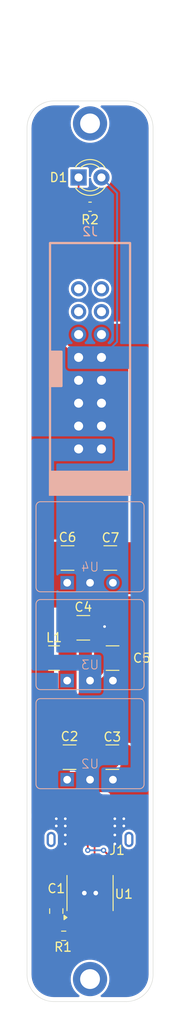
<source format=kicad_pcb>
(kicad_pcb (version 20240108) (generator "pcbnew") (generator_version "8.0")
  (title_block (title "Powerline-USB-C") (date "2024-08-27") (rev "0.2"))
  (layers (0 "F.Cu" signal) (31 "B.Cu" signal) (34 "B.Paste" user) (35 "F.Paste" user) (36 "B.SilkS" user "B.Silkscreen") (37 "F.SilkS" user "F.Silkscreen") (38 "B.Mask" user) (39 "F.Mask" user) (44 "Edge.Cuts" user))
  (net 0 "")
  (net 1 "VBUS")
  (net 2 "GND")
  (net 3 "+12V")
  (net 4 "Net-(U3-VIN)")
  (net 5 "-12V")
  (net 6 "Net-(J1-CC1)")
  (net 7 "Net-(J1-CC2)")
  (net 8 "Net-(U1-VDD)")
  (net 9 "Net-(U1-DM)")
  (net 19 "Net-(D1-K)")
  (net 20 "+5V")
  (footprint "Package_SO:SSOP-10-1EP_3.9x4.9mm_P1mm_EP2.1x3.3mm_ThermalVias" (layer "F.Cu") (at 79 134.45 90)
    (property "Reference" "U1" (at -0.112499 3.75 0) (layer "F.SilkS"))
    (property "Value" "CH224K")
    (fp_line (start 0 -2.56) (end 1.95 -2.56) (stroke (width 0.12)) (layer "F.SilkS"))
    (fp_line (start 0 -2.56) (end -1.95 -2.56) (stroke (width 0.12)) (layer "F.SilkS"))
    (fp_line (start 0 2.56) (end 1.95 2.56) (stroke (width 0.12)) (layer "F.SilkS"))
    (fp_line (start 0 2.56) (end -1.95 2.56) (stroke (width 0.12)) (layer "F.SilkS"))
    (fp_poly (pts (xy -2.7125 -2.56) (xy -2.9525 -2.89) (xy -2.4725 -2.89) (xy -2.7125 -2.56)) (stroke (width 0.12)) (fill solid) (layer "F.SilkS"))
    (pad "1" smd roundrect (at -2.6375 -2 90) (size 1.675 0.6) (layers "F.Cu" "F.Paste" "F.Mask") (net 8 "Net-(U1-VDD)"))
    (pad "2" smd roundrect (at -2.6375 -1 90) (size 1.675 0.6) (layers "F.Cu" "F.Paste" "F.Mask"))
    (pad "3" smd roundrect (at -2.6375 0 90) (size 1.675 0.6) (layers "F.Cu" "F.Paste" "F.Mask"))
    (pad "4" smd roundrect (at -2.6375 1 90) (size 1.675 0.6) (layers "F.Cu" "F.Paste" "F.Mask") (net 9 "Net-(U1-DM)"))
    (pad "5" smd roundrect (at -2.6375 2 90) (size 1.675 0.6) (layers "F.Cu" "F.Paste" "F.Mask") (net 9 "Net-(U1-DM)"))
    (pad "6" smd roundrect (at 2.6375 2 90) (size 1.675 0.6) (layers "F.Cu" "F.Paste" "F.Mask") (net 7 "Net-(J1-CC2)"))
    (pad "7" smd roundrect (at 2.6375 1 90) (size 1.675 0.6) (layers "F.Cu" "F.Paste" "F.Mask") (net 6 "Net-(J1-CC1)"))
    (pad "8" smd roundrect (at 2.6375 0 90) (size 1.675 0.6) (layers "F.Cu" "F.Paste" "F.Mask"))
    (pad "9" smd roundrect (at 2.6375 -1 90) (size 1.675 0.6) (layers "F.Cu" "F.Paste" "F.Mask"))
    (pad "10" smd roundrect (at 2.6375 -2 90) (size 1.675 0.6) (layers "F.Cu" "F.Paste" "F.Mask"))
    (pad "11" thru_hole circle (at 0 -0.635 90) (size 0.81 0.81) (drill 0.51) (property pad_prop_heatsink) (layers "*.Cu") (net 2 "GND"))
    (pad "11" smd rect (at 0 0 90) (size 0.81 2.08) (property pad_prop_heatsink) (layers "B.Cu") (net 2 "GND"))
    (pad "11" smd rect (at 0 0 90) (size 2.1 3.3) (property pad_prop_heatsink) (layers "F.Cu" "F.Mask") (net 2 "GND"))
    (pad "11" thru_hole circle (at 0 0.635 90) (size 0.81 0.81) (drill 0.51) (property pad_prop_heatsink) (layers "*.Cu") (net 2 "GND"))
  )
  (footprint "Capacitor_SMD:C_1210_3225Metric" (layer "F.Cu") (at 81.475001 119.362499 180)
    (property "Reference" "C3" (at 0 2.25 0) (layer "F.SilkS"))
    (property "Value" "22uF")
    (fp_line (start -0.711252 1.36) (end 0.711252 1.36) (stroke (width 0.12)) (layer "F.SilkS"))
    (fp_line (start -0.711252 -1.36) (end 0.711252 -1.36) (stroke (width 0.12)) (layer "F.SilkS"))
    (pad "1" smd roundrect (at -1.475001 0 180) (size 1.15 2.7) (layers "F.Cu" "F.Paste" "F.Mask") (roundrect_rratio 0.217391) (net 3 "+12V"))
    (pad "2" smd roundrect (at 1.475001 0 180) (size 1.15 2.7) (layers "F.Cu" "F.Paste" "F.Mask") (roundrect_rratio 0.217391) (net 2 "GND"))
  )
  (footprint "MountingHole:MountingHole_2.2mm_M2_DIN965_Pad" (layer "F.Cu") (at 79 144)
    (property "Reference" "H2" (hide yes))
    (property "Value" "m2 mounting hole")
    (pad "1" thru_hole circle (at 0 0) (size 3.8 3.8) (drill 2.2) (layers "*.Cu" "*.Mask"))
  )
  (footprint "Capacitor_SMD:C_1210_3225Metric" (layer "F.Cu") (at 81.25 97.25 180)
    (property "Reference" "C7" (at -0.025 2.25 0) (layer "F.SilkS"))
    (property "Value" "22uF")
    (fp_line (start -0.711252 1.36) (end 0.711252 1.36) (stroke (width 0.12)) (layer "F.SilkS"))
    (fp_line (start -0.711252 -1.36) (end 0.711252 -1.36) (stroke (width 0.12)) (layer "F.SilkS"))
    (pad "1" smd roundrect (at -1.475001 0 180) (size 1.15 2.7) (layers "F.Cu" "F.Paste" "F.Mask") (roundrect_rratio 0.217391) (net 20 "+5V"))
    (pad "2" smd roundrect (at 1.475001 0 180) (size 1.15 2.7) (layers "F.Cu" "F.Paste" "F.Mask") (roundrect_rratio 0.217391) (net 2 "GND"))
  )
  (footprint "Capacitor_SMD:C_0603_1608Metric" (layer "F.Cu") (at 79 58.25 180)
    (property "Reference" "R2" (at 0 -1.43 0) (layer "F.SilkS"))
    (property "Value" "5.1k")
    (fp_line (start -0.140581 0.51) (end 0.140581 0.51) (stroke (width 0.12)) (layer "F.SilkS"))
    (fp_line (start -0.140581 -0.51) (end 0.140581 -0.51) (stroke (width 0.12)) (layer "F.SilkS"))
    (pad "1" smd roundrect (at -0.775 0 180) (size 0.9 0.95) (layers "F.Cu" "F.Paste" "F.Mask") (net 2 "GND"))
    (pad "2" smd roundrect (at 0.775 0 180) (size 0.9 0.95) (layers "F.Cu" "F.Paste" "F.Mask") (net 19 "Net-(D1-K)"))
  )
  (footprint "Capacitor_SMD:C_1210_3225Metric" (layer "F.Cu") (at 78.25 105)
    (property "Reference" "C4" (at 0 -2.300001 0) (layer "F.SilkS"))
    (property "Value" "10uF")
    (fp_line (start -0.711252 -1.36) (end 0.711252 -1.36) (stroke (width 0.12)) (layer "F.SilkS"))
    (fp_line (start -0.711252 1.36) (end 0.711252 1.36) (stroke (width 0.12)) (layer "F.SilkS"))
    (pad "1" smd roundrect (at -1.475001 0) (size 1.15 2.7) (layers "F.Cu" "F.Paste" "F.Mask") (roundrect_rratio 0.217391) (net 4 "Net-(U3-VIN)"))
    (pad "2" smd roundrect (at 1.475001 0) (size 1.15 2.7) (layers "F.Cu" "F.Paste" "F.Mask") (roundrect_rratio 0.217391) (net 2 "GND"))
  )
  (footprint "Capacitor_SMD:C_1210_3225Metric" (layer "F.Cu") (at 81.5 108.362499)
    (property "Reference" "C5" (at 3.25 0 0) (layer "F.SilkS"))
    (property "Value" "22uF")
    (fp_line (start -0.711252 -1.36) (end 0.711252 -1.36) (stroke (width 0.12)) (layer "F.SilkS"))
    (fp_line (start -0.711252 1.36) (end 0.711252 1.36) (stroke (width 0.12)) (layer "F.SilkS"))
    (pad "1" smd roundrect (at -1.475 0) (size 1.15 2.7) (layers "F.Cu" "F.Paste" "F.Mask") (roundrect_rratio 0.217391) (net 5 "-12V"))
    (pad "2" smd roundrect (at 1.475 0) (size 1.15 2.7) (layers "F.Cu" "F.Paste" "F.Mask") (roundrect_rratio 0.217391) (net 2 "GND"))
  )
  (footprint "Resistor_SMD:R_0603_1608Metric" (layer "F.Cu") (at 76.075001 139.2 180)
    (property "Reference" "R1" (at 0.075001 -1.25 0) (layer "F.SilkS"))
    (property "Value" "1K")
    (fp_line (start -0.237258 0.5225) (end 0.237258 0.5225) (stroke (width 0.12)) (layer "F.SilkS"))
    (fp_line (start -0.237258 -0.5225) (end 0.237258 -0.5225) (stroke (width 0.12)) (layer "F.SilkS"))
    (pad "1" smd roundrect (at -0.825 0 180) (size 0.8 0.95) (layers "F.Cu" "F.Paste" "F.Mask") (net 8 "Net-(U1-VDD)"))
    (pad "2" smd roundrect (at 0.825 0 180) (size 0.8 0.95) (layers "F.Cu" "F.Paste" "F.Mask") (net 1 "VBUS"))
  )
  (footprint "Powerline-USB-C:6pin Vertical USB C connector" (layer "F.Cu") (at 79 128.5)
    (property "Reference" "J1" (at 3 1.2 0) (layer "F.SilkS"))
    (property "Value" "USB-C 6pin")
    (pad "7" thru_hole oval (at -4.32 0) (size 1 1.7) (drill oval 0.5 1.2) (layers "*.Cu" "*.Mask"))
    (pad "8" thru_hole oval (at 4.32 0) (size 1 1.7) (drill oval 0.5 1.2) (layers "*.Cu" "*.Mask"))
    (pad "A5" smd rect (at 0.5 -0.8) (size 0.7 2) (layers "F.Cu" "F.Paste" "F.Mask") (net 6 "Net-(J1-CC1)"))
    (pad "A9" smd rect (at -1.5 -0.8) (size 0.8 2) (layers "F.Cu" "F.Paste" "F.Mask") (net 1 "VBUS"))
    (pad "A12" smd rect (at -2.75 -0.8) (size 0.9 2) (layers "F.Cu" "F.Paste" "F.Mask") (net 2 "GND"))
    (pad "B5" smd rect (at -0.5 -0.8) (size 0.7 2) (layers "F.Cu" "F.Paste" "F.Mask") (net 7 "Net-(J1-CC2)"))
    (pad "B9" smd rect (at 1.5 -0.8) (size 0.8 2) (layers "F.Cu" "F.Paste" "F.Mask") (net 1 "VBUS"))
    (pad "B12" smd rect (at 2.75 -0.8) (size 0.9 2) (layers "F.Cu" "F.Paste" "F.Mask") (net 2 "GND"))
  )
  (footprint "LED_THT:LED_D3.0mm" (layer "F.Cu") (at 77.725 55)
    (property "Reference" "D1" (at -2.225 0 0) (layer "F.SilkS"))
    (property "Value" "LED")
    (fp_line (start -0.29 -1.236) (end -0.29 -1.08) (stroke (width 0.12)) (layer "F.SilkS"))
    (fp_line (start -0.29 1.08) (end -0.29 1.236) (stroke (width 0.12)) (layer "F.SilkS"))
    (fp_arc (start -0.29 -1.235516) (mid 1.366487 -1.987659) (end 2.942335 -1.078608) (stroke (width 0.12)) (layer "F.SilkS"))
    (fp_arc (start 0.229039 -1.08) (mid 1.270117 -1.5) (end 2.31113 -1.079837) (stroke (width 0.12)) (layer "F.SilkS"))
    (fp_arc (start 2.31113 1.079837) (mid 1.270117 1.5) (end 0.229039 1.08) (stroke (width 0.12)) (layer "F.SilkS"))
    (fp_arc (start 2.942335 1.078608) (mid 1.366487 1.987659) (end -0.29 1.235516) (stroke (width 0.12)) (layer "F.SilkS"))
    (pad "1" thru_hole rect (at 0 0) (size 1.8 1.8) (drill 0.9) (layers "*.Cu" "*.Mask") (net 19 "Net-(D1-K)"))
    (pad "2" thru_hole circle (at 2.54 0) (size 1.8 1.8) (drill 0.9) (layers "*.Cu" "*.Mask") (net 3 "+12V"))
  )
  (footprint "MountingHole:MountingHole_2.2mm_M2_DIN965_Pad" (layer "F.Cu") (at 79 49)
    (property "Reference" "H1" (hide yes))
    (property "Value" "m2 mounting hole")
    (pad "1" thru_hole circle (at 0 0) (size 3.8 3.8) (drill 2.2) (layers "*.Cu" "*.Mask"))
  )
  (footprint "Capacitor_SMD:C_0805_2012Metric" (layer "F.Cu") (at 75.25 136.45 90)
    (property "Reference" "C1" (at 2.5 0 0) (layer "F.SilkS"))
    (property "Value" "1uF")
    (fp_line (start -0.261253 -0.735) (end 0.261253 -0.735) (stroke (width 0.12)) (layer "F.SilkS"))
    (fp_line (start -0.261253 0.735) (end 0.261253 0.735) (stroke (width 0.12)) (layer "F.SilkS"))
    (pad "1" smd roundrect (at -0.949999 0 90) (size 1 1.45) (layers "F.Cu" "F.Paste" "F.Mask") (net 1 "VBUS"))
    (pad "2" smd roundrect (at 0.949999 0 90) (size 1 1.45) (layers "F.Cu" "F.Paste" "F.Mask") (net 2 "GND"))
  )
  (footprint "Inductor_SMD:L_1210_3225Metric" (layer "F.Cu") (at 75 108.362499)
    (property "Reference" "L1" (at 0 -2.28 0) (layer "F.SilkS"))
    (property "Value" "10uH")
    (fp_line (start -0.602064 -1.36) (end 0.602064 -1.36) (stroke (width 0.12)) (layer "F.SilkS"))
    (fp_line (start -0.602064 1.36) (end 0.602064 1.36) (stroke (width 0.12)) (layer "F.SilkS"))
    (pad "1" smd roundrect (at -1.4 0) (size 1.25 2.65) (layers "F.Cu" "F.Paste" "F.Mask") (roundrect_rratio 0.2) (net 1 "VBUS"))
    (pad "2" smd roundrect (at 1.4 0) (size 1.25 2.65) (layers "F.Cu" "F.Paste" "F.Mask") (roundrect_rratio 0.2) (net 4 "Net-(U3-VIN)"))
  )
  (footprint "Capacitor_SMD:C_1210_3225Metric" (layer "F.Cu") (at 76.5 97.25)
    (property "Reference" "C6" (at 0 -2.3 0) (layer "F.SilkS"))
    (property "Value" "10uF")
    (fp_line (start -0.711252 -1.36) (end 0.711252 -1.36) (stroke (width 0.12)) (layer "F.SilkS"))
    (fp_line (start -0.711252 1.36) (end 0.711252 1.36) (stroke (width 0.12)) (layer "F.SilkS"))
    (pad "1" smd roundrect (at -1.475 0) (size 1.15 2.7) (layers "F.Cu" "F.Paste" "F.Mask") (roundrect_rratio 0.217391) (net 1 "VBUS"))
    (pad "2" smd roundrect (at 1.475 0) (size 1.15 2.7) (layers "F.Cu" "F.Paste" "F.Mask") (roundrect_rratio 0.217391) (net 2 "GND"))
  )
  (footprint "Capacitor_SMD:C_1210_3225Metric" (layer "F.Cu") (at 76.725001 119.362499)
    (property "Reference" "C2" (at 0 -2.300001 0) (layer "F.SilkS"))
    (property "Value" "10uF")
    (fp_line (start -0.711252 -1.36) (end 0.711252 -1.36) (stroke (width 0.12)) (layer "F.SilkS"))
    (fp_line (start -0.711252 1.36) (end 0.711252 1.36) (stroke (width 0.12)) (layer "F.SilkS"))
    (pad "1" smd roundrect (at -1.475001 0) (size 1.15 2.7) (layers "F.Cu" "F.Paste" "F.Mask") (roundrect_rratio 0.217391) (net 1 "VBUS"))
    (pad "2" smd roundrect (at 1.475001 0) (size 1.15 2.7) (layers "F.Cu" "F.Paste" "F.Mask") (roundrect_rratio 0.217391) (net 2 "GND"))
  )
  (footprint "Powerline-USB-C:N7812-1C" (layer "B.Cu") (at 79 110.862499)
    (property "Reference" "U3" (at 0 -1.75 0) (layer "B.SilkS") (effects (font (thickness 0.1)) (justify mirror)))
    (property "Value" "N7812-1C")
    (fp_line (start -6 0.5) (end -6 -8.5) (stroke (width 0.1)) (layer "B.SilkS"))
    (fp_line (start -5.5 -9) (end 5.5 -9) (stroke (width 0.1)) (layer "B.SilkS"))
    (fp_line (start 5.5 1) (end -5.5 1) (stroke (width 0.1)) (layer "B.SilkS"))
    (fp_line (start 6 -8.5) (end 6 0.5) (stroke (width 0.1)) (layer "B.SilkS"))
    (fp_arc (start -6 -8.5) (mid -5.853553 -8.853553) (end -5.5 -9) (stroke (width 0.1)) (layer "B.SilkS"))
    (fp_arc (start -5.5 1) (mid -5.853553 0.853553) (end -6 0.5) (stroke (width 0.1)) (layer "B.SilkS"))
    (fp_arc (start 5.5 -9) (mid 5.853553 -8.853553) (end 6 -8.5) (stroke (width 0.1)) (layer "B.SilkS"))
    (fp_arc (start 6 0.5) (mid 5.853553 0.853553) (end 5.5 1) (stroke (width 0.1)) (layer "B.SilkS"))
    (pad "1" thru_hole rect (at -2.54 0) (size 1.5 1.5) (drill 0.85) (layers "*.Cu" "*.Mask") (net 4 "Net-(U3-VIN)"))
    (pad "2" thru_hole circle (at 0 0) (size 1.5 1.5) (drill 0.85) (layers "*.Cu" "*.Mask") (net 5 "-12V"))
    (pad "3" thru_hole circle (at 2.54 0) (size 1.5 1.5) (drill 0.85) (layers "*.Cu" "*.Mask") (net 2 "GND"))
  )
  (footprint "Powerline-USB-C:N7812-1C" (layer "B.Cu") (at 79 100)
    (property "Reference" "U4" (at 0 -1.75 0) (layer "B.SilkS") (effects (font (thickness 0.1)) (justify mirror)))
    (property "Value" "N7805-1C")
    (fp_line (start -6 0.5) (end -6 -8.5) (stroke (width 0.1)) (layer "B.SilkS"))
    (fp_line (start -5.5 -9) (end 5.5 -9) (stroke (width 0.1)) (layer "B.SilkS"))
    (fp_line (start 5.5 1) (end -5.5 1) (stroke (width 0.1)) (layer "B.SilkS"))
    (fp_line (start 6 -8.5) (end 6 0.5) (stroke (width 0.1)) (layer "B.SilkS"))
    (fp_arc (start -6 -8.5) (mid -5.853553 -8.853553) (end -5.5 -9) (stroke (width 0.1)) (layer "B.SilkS"))
    (fp_arc (start -5.5 1) (mid -5.853553 0.853553) (end -6 0.5) (stroke (width 0.1)) (layer "B.SilkS"))
    (fp_arc (start 5.5 -9) (mid 5.853553 -8.853553) (end 6 -8.5) (stroke (width 0.1)) (layer "B.SilkS"))
    (fp_arc (start 6 0.5) (mid 5.853553 0.853553) (end 5.5 1) (stroke (width 0.1)) (layer "B.SilkS"))
    (pad "1" thru_hole rect (at -2.54 0) (size 1.5 1.5) (drill 0.85) (layers "*.Cu" "*.Mask") (net 1 "VBUS"))
    (pad "2" thru_hole circle (at 0 0) (size 1.5 1.5) (drill 0.85) (layers "*.Cu" "*.Mask") (net 2 "GND"))
    (pad "3" thru_hole circle (at 2.54 0) (size 1.5 1.5) (drill 0.85) (layers "*.Cu" "*.Mask") (net 20 "+5V"))
  )
  (footprint "Powerline-USB-C:N7812-1C" (layer "B.Cu") (at 79 121.862499)
    (property "Reference" "U2" (at 0 -1.75 0) (layer "B.SilkS") (effects (font (thickness 0.1)) (justify mirror)))
    (property "Value" "N7812-1C")
    (fp_line (start -6 0.5) (end -6 -8.5) (stroke (width 0.1)) (layer "B.SilkS"))
    (fp_line (start -5.5 -9) (end 5.5 -9) (stroke (width 0.1)) (layer "B.SilkS"))
    (fp_line (start 5.5 1) (end -5.5 1) (stroke (width 0.1)) (layer "B.SilkS"))
    (fp_line (start 6 -8.5) (end 6 0.5) (stroke (width 0.1)) (layer "B.SilkS"))
    (fp_arc (start -6 -8.5) (mid -5.853553 -8.853553) (end -5.5 -9) (stroke (width 0.1)) (layer "B.SilkS"))
    (fp_arc (start -5.5 1) (mid -5.853553 0.853553) (end -6 0.5) (stroke (width 0.1)) (layer "B.SilkS"))
    (fp_arc (start 5.5 -9) (mid 5.853553 -8.853553) (end 6 -8.5) (stroke (width 0.1)) (layer "B.SilkS"))
    (fp_arc (start 6 0.5) (mid 5.853553 0.853553) (end 5.5 1) (stroke (width 0.1)) (layer "B.SilkS"))
    (pad "1" thru_hole rect (at -2.54 0) (size 1.5 1.5) (drill 0.85) (layers "*.Cu" "*.Mask") (net 1 "VBUS"))
    (pad "2" thru_hole circle (at 0 0) (size 1.5 1.5) (drill 0.85) (layers "*.Cu" "*.Mask") (net 2 "GND"))
    (pad "3" thru_hole circle (at 2.54 0) (size 1.5 1.5) (drill 0.85) (layers "*.Cu" "*.Mask") (net 3 "+12V"))
  )
  (footprint "Powerline-USB-C:Keyed_16pin_Powerheader" (layer "B.Cu") (at 79 76.25 180)
    (property "Reference" "J2" (at 0 15.24 0) (layer "B.SilkS") (effects (justify mirror)))
    (property "Value" "~")
    (fp_rect (start 4.445 -1.905) (end 3.175 1.905) (stroke (width 0.25)) (fill solid) (layer "B.SilkS"))
    (fp_rect (start 4.445 -13.97) (end -4.445 13.97) (stroke (width 0.25)) (fill none) (layer "B.SilkS"))
    (fp_rect (start 4.445 -13.97) (end -4.445 -11.43) (stroke (width 0.25)) (fill solid) (layer "B.SilkS"))
    (pad "1" thru_hole oval (at -1.27 -8.889998) (size 1.7 1.7) (drill 1) (layers "*.Cu" "*.Mask") (net 5 "-12V"))
    (pad "1" thru_hole circle (at 1.27 -8.889998) (size 1.7 1.7) (drill 1) (layers "*.Cu" "*.Mask") (net 5 "-12V"))
    (pad "2" thru_hole oval (at -1.27 -6.349999) (size 1.7 1.7) (drill 1) (layers "*.Cu" "*.Mask") (net 2 "GND"))
    (pad "2" thru_hole oval (at -1.27 -3.809999) (size 1.7 1.7) (drill 1) (layers "*.Cu" "*.Mask") (net 2 "GND"))
    (pad "2" thru_hole oval (at -1.27 -1.269999) (size 1.7 1.7) (drill 1) (layers "*.Cu" "*.Mask") (net 2 "GND"))
    (pad "2" thru_hole oval (at 1.27 -6.349999) (size 1.7 1.7) (drill 1) (layers "*.Cu" "*.Mask") (net 2 "GND"))
    (pad "2" thru_hole oval (at 1.27 -3.809999) (size 1.7 1.7) (drill 1) (layers "*.Cu" "*.Mask") (net 2 "GND"))
    (pad "2" thru_hole oval (at 1.27 -1.269999) (size 1.7 1.7) (drill 1) (layers "*.Cu" "*.Mask") (net 2 "GND"))
    (pad "3" thru_hole oval (at -1.27 1.27) (size 1.7 1.7) (drill 1) (layers "*.Cu" "*.Mask") (net 3 "+12V"))
    (pad "3" thru_hole oval (at 1.27 1.27) (size 1.7 1.7) (drill 1) (layers "*.Cu" "*.Mask") (net 3 "+12V"))
    (pad "4" thru_hole oval (at -1.27 3.81) (size 1.7 1.7) (drill 1) (layers "*.Cu" "*.Mask") (net 20 "+5V"))
    (pad "4" thru_hole oval (at 1.27 3.81) (size 1.7 1.7) (drill 1) (layers "*.Cu" "*.Mask") (net 20 "+5V"))
    (pad "5" thru_hole oval (at -1.27 6.35) (size 1.7 1.7) (drill 1) (layers "*.Cu" "*.Mask"))
    (pad "5" thru_hole oval (at 1.27 6.35) (size 1.7 1.7) (drill 1) (layers "*.Cu" "*.Mask"))
    (pad "6" thru_hole oval (at -1.27 8.89) (size 1.7 1.7) (drill 1) (layers "*.Cu" "*.Mask"))
    (pad "6" thru_hole oval (at 1.27 8.89) (size 1.7 1.7) (drill 1) (layers "*.Cu" "*.Mask"))
  )
  (gr_line (start 86 49.5) (end 86 143.5) (stroke (width 0.05)) (layer "Edge.Cuts"))
  (gr_line (start 83 146.5) (end 75 146.5) (stroke (width 0.05)) (layer "Edge.Cuts"))
  (gr_line (start 75 46.5) (end 83 46.5) (stroke (width 0.05)) (layer "Edge.Cuts"))
  (gr_arc (start 72 49.5) (mid 72.87868 47.37868) (end 75 46.5) (stroke (width 0.05)) (layer "Edge.Cuts"))
  (gr_arc (start 86 143.5) (mid 85.12132 145.62132) (end 83 146.5) (stroke (width 0.05)) (layer "Edge.Cuts"))
  (gr_arc (start 83 46.5) (mid 85.12132 47.37868) (end 86 49.5) (stroke (width 0.05)) (layer "Edge.Cuts"))
  (gr_line (start 72 143.5) (end 72 49.5) (stroke (width 0.05)) (layer "Edge.Cuts"))
  (gr_arc (start 75 146.5) (mid 72.87868 145.62132) (end 72 143.5) (stroke (width 0.05)) (layer "Edge.Cuts"))
  (segment (start 77.5 127.7) (end 77.5 129.2) (width 0.6) (layer "F.Cu") (net 1))
  (segment (start 73.75 132.95) (end 73.75 135.899999) (width 0.6) (layer "F.Cu") (net 1))
  (segment (start 73.75 135.899999) (end 75.25 137.399999) (width 0.6) (layer "F.Cu") (net 1))
  (segment (start 77.5 129.2) (end 73.75 132.95) (width 0.6) (layer "F.Cu") (net 1))
  (segment (start 75.250001 137.399999) (end 75.250001 139.2) (width 0.6) (layer "F.Cu") (net 1))
  (segment (start 80.612499 104.862499) (end 79.725001 104.862499) (width 0.9) (layer "F.Cu") (net 2))
  (via (at 82.75 127) (size 0.6) (drill 0.3) (layers "F.Cu" "B.Cu") (net 2))
  (via (at 76.25 128) (size 0.6) (drill 0.3) (layers "F.Cu" "B.Cu") (net 2))
  (via (at 76.25 129) (size 0.6) (drill 0.3) (layers "F.Cu" "B.Cu") (net 2))
  (via (at 82.75 126.2) (size 0.6) (drill 0.3) (layers "F.Cu" "B.Cu") (net 2))
  (via (at 76.25 127) (size 0.6) (drill 0.3) (layers "F.Cu" "B.Cu") (net 2))
  (via (at 81.75 127) (size 0.6) (drill 0.3) (layers "F.Cu" "B.Cu") (net 2))
  (via (at 81.75 126.2) (size 0.6) (drill 0.3) (layers "F.Cu" "B.Cu") (net 2))
  (via (at 75.25 127) (size 0.6) (drill 0.3) (layers "F.Cu" "B.Cu") (net 2))
  (via (at 75.25 126.2) (size 0.6) (drill 0.3) (layers "F.Cu" "B.Cu") (net 2))
  (via (at 76.25 126.2) (size 0.6) (drill 0.3) (layers "F.Cu" "B.Cu") (net 2))
  (via (at 81.75 129) (size 0.6) (drill 0.3) (layers "F.Cu" "B.Cu") (net 2))
  (via (at 80.612499 104.862499) (size 0.6) (drill 0.3) (layers "F.Cu" "B.Cu") (net 2))
  (via (at 81.75 128) (size 0.6) (drill 0.3) (layers "F.Cu" "B.Cu") (net 2))
  (segment (start 82.950002 120.452497) (end 81.54 121.862499) (width 0.9) (layer "F.Cu") (net 3))
  (segment (start 82.950002 119.362499) (end 82.950002 120.452497) (width 0.9) (layer "F.Cu") (net 3))
  (segment (start 82 73.25) (end 80.27 74.98) (width 0.2) (layer "B.Cu") (net 3))
  (segment (start 80.265 55) (end 82 56.735) (width 0.2) (layer "B.Cu") (net 3))
  (segment (start 82 56.735) (end 82 73.25) (width 0.2) (layer "B.Cu") (net 3))
  (segment (start 80.025 109.837499) (end 79 110.862499) (width 0.9) (layer "F.Cu") (net 5))
  (segment (start 80.025 108.362499) (end 80.025 109.837499) (width 0.9) (layer "F.Cu") (net 5))
  (segment (start 80.000003 131.812499) (end 80.000002 131.8125) (width 0.2) (layer "F.Cu") (net 6))
  (segment (start 80 131.8125) (end 80 130.975001) (width 0.2) (layer "F.Cu") (net 6))
  (segment (start 80 130.975001) (end 79.5 130.475001) (width 0.2) (layer "F.Cu") (net 6))
  (segment (start 79.5 130.475001) (end 79.5 127.7) (width 0.2) (layer "F.Cu") (net 6))
  (segment (start 78.5 128.95) (end 78.5 127.7) (width 0.2) (layer "F.Cu") (net 7))
  (segment (start 78.75 129.7) (end 78.75 129.2) (width 0.2) (layer "F.Cu") (net 7))
  (segment (start 78.75 129.2) (end 78.5 128.95) (width 0.2) (layer "F.Cu") (net 7))
  (segment (start 81.000001 131.312498) (end 81.000001 131.312498) (width 0.2) (layer "F.Cu") (net 7))
  (segment (start 81.000001 131.812499) (end 81.000001 131.312498) (width 0.2) (layer "F.Cu") (net 7))
  (segment (start 81 131.812499) (end 81 130.2) (width 0.2) (layer "F.Cu") (net 7))
  (segment (start 81 131.812498) (end 81.000001 131.812499) (width 0.2) (layer "F.Cu") (net 7))
  (segment (start 81 130.2) (end 80.5 129.7) (width 0.2) (layer "F.Cu") (net 7))
  (via (at 78.75 129.7) (size 0.6) (drill 0.3) (layers "F.Cu" "B.Cu") (net 7))
  (via (at 80.5 129.7) (size 0.6) (drill 0.3) (layers "F.Cu" "B.Cu") (net 7))
  (segment (start 80.5 129.7) (end 78.75 129.7) (width 0.2) (layer "B.Cu") (net 7))
  (segment (start 77.000002 137.0875) (end 77.000002 139.1) (width 0.6) (layer "F.Cu") (net 8))
  (segment (start 80.000003 137.0875) (end 80.000002 137.087499) (width 0.2) (layer "F.Cu") (net 9))
  (segment (start 80 137.399099) (end 79.999999 137.3991) (width 0.2) (layer "F.Cu") (net 9))
  (segment (start 81.000001 137.0875) (end 80.000003 137.0875) (width 0.2) (layer "F.Cu") (net 9))
  (segment (start 77.725 55) (end 77.725 57.75) (width 0.2) (layer "F.Cu") (net 19))
  (segment (start 77.725 57.75) (end 78.225 58.25) (width 0.2) (layer "F.Cu") (net 19))
  (zone (net 1) (net_name "VBUS") (layer "F.Cu") (name "VBUS") (priority 2) (connect_pads yes (clearance 0.25)) (min_thickness 0.25) (fill yes (thermal_gap 0.5) (thermal_bridge_width 0.5) (smoothing fillet) (radius 0.1))
    (polygon (pts (xy 77 128.75) (xy 77 125.75) (xy 72.5 125.75) (xy 72.5 95.45) (xy 76.5 95.45) (xy 76.5 99) (xy 77.75 99) (xy 77.75 102.75) (xy 75 102.75) (xy 75 112.75) (xy 76.75 112.75) (xy 76.75 114.75) (xy 76.75 121) (xy 77.75 121) (xy 77.75 123.5) (xy 81 123.5) (xy 81 128.75) (xy 80 128.75) (xy 80 126.75) (xy 78 126.75) (xy 78 128.75)))
  )
  (zone (net 20) (net_name "+5V") (layer "F.Cu") (name "5V") (priority 4) (connect_pads yes (clearance 0.25)) (min_thickness 0.25) (fill yes (thermal_gap 0.5) (thermal_bridge_width 0.5) (smoothing fillet) (radius 0.25))
    (polygon (pts (xy 80.25 99) (xy 80.25 101.25) (xy 85.5 101.25) (xy 85.5 71.25) (xy 76.5 71.25) (xy 76.5 73.75) (xy 83.5 73.75) (xy 83.5 95.5) (xy 81 95.5) (xy 81 99)))
  )
  (zone (net 4) (net_name "Net-(U3-VIN)") (layer "F.Cu") (name "U3-VIN") (priority 1) (connect_pads yes (clearance 0.25)) (min_thickness 0.25) (fill yes (thermal_gap 0.5) (thermal_bridge_width 0.5))
    (polygon (pts (xy 75.5 112.25) (xy 77.5 112.25) (xy 77.5 106.75) (xy 78.137501 106.112499) (xy 78.25 106.112499) (xy 78.25 103.262499) (xy 78.237501 103.25) (xy 75.5 103.25)))
  )
  (zone (net 2) (net_name "GND") (layers "F&B.Cu") (connect_pads yes (clearance 0.25)) (min_thickness 0.25) (fill yes (thermal_gap 0.5) (thermal_bridge_width 0.5) (smoothing fillet) (radius 0.25))
    (polygon (pts (xy 69 44) (xy 69 149) (xy 89 149) (xy 89 44)))
  )
  (zone (net 3) (net_name "+12V") (layer "B.Cu") (name "+12V") (priority 3) (connect_pads yes (clearance 0.25)) (min_thickness 0.25) (fill yes (thermal_gap 0.5) (thermal_bridge_width 0.5) (smoothing fillet) (radius 0.25))
    (polygon (pts (xy 80.25 120.5) (xy 80.25 123.25) (xy 85.5 123.25) (xy 85.5 73.75) (xy 76.5 73.75) (xy 76.5 76.25) (xy 83.5 76.25) (xy 83.5 120.5)))
  )
  (zone (net 5) (net_name "-12V") (layer "B.Cu") (name "-12V") (priority 5) (connect_pads yes (clearance 0.25)) (min_thickness 0.25) (fill yes (thermal_gap 0.5) (thermal_bridge_width 0.5) (smoothing fillet) (radius 0.25))
    (polygon (pts (xy 81.5 84) (xy 72.5 84) (xy 72.5 109.75) (xy 77.75 109.75) (xy 77.75 112.25) (xy 80.25 112.25) (xy 80.25 108) (xy 75 108) (xy 75 86.5) (xy 81.5 86.5)))
  )
)
</source>
